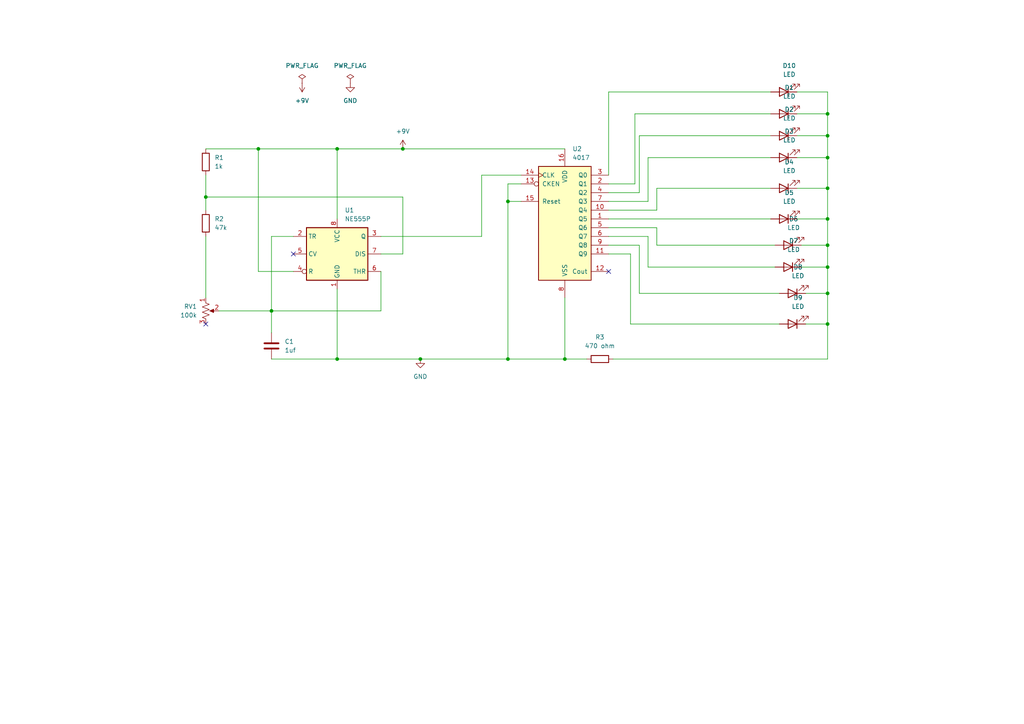
<source format=kicad_sch>
(kicad_sch (version 20231120) (generator "eeschema") (generator_version "8.0")
  (paper "A4")
  (lib_symbols
    (symbol "4xxx:4017" (pin_names (offset 1.016))
      (property "Reference" "U" (at -7.62 16.51 0))
      (property "Value" "4017" (at -7.62 -19.05 0))
      (symbol "4017_1_0"
        (pin output line (at 12.7 0 180) (length 5.08) (name "Q5") (number "1"))
        (pin output line (at 12.7 2.54 180) (length 5.08) (name "Q4") (number "10"))
        (pin output line (at 12.7 -10.16 180) (length 5.08) (name "Q9") (number "11"))
        (pin output line (at 12.7 -15.24 180) (length 5.08) (name "Cout") (number "12"))
        (pin input inverted (at -12.7 10.16 0) (length 5.08) (name "CKEN") (number "13"))
        (pin input clock (at -12.7 12.7 0) (length 5.08) (name "CLK") (number "14"))
        (pin input line (at -12.7 5.08 0) (length 5.08) (name "Reset") (number "15"))
        (pin power_in line (at 0 20.32 270) (length 5.08) (name "VDD") (number "16"))
        (pin output line (at 12.7 10.16 180) (length 5.08) (name "Q1") (number "2"))
        (pin output line (at 12.7 12.7 180) (length 5.08) (name "Q0") (number "3"))
        (pin output line (at 12.7 7.62 180) (length 5.08) (name "Q2") (number "4"))
        (pin output line (at 12.7 -2.54 180) (length 5.08) (name "Q6") (number "5"))
        (pin output line (at 12.7 -5.08 180) (length 5.08) (name "Q7") (number "6"))
        (pin output line (at 12.7 5.08 180) (length 5.08) (name "Q3") (number "7"))
        (pin power_in line (at 0 -22.86 90) (length 5.08) (name "VSS") (number "8"))
        (pin output line (at 12.7 -7.62 180) (length 5.08) (name "Q8") (number "9"))
      )
      (symbol "4017_1_1"
        (rectangle (start -7.62 15.24) (end 7.62 -17.78) (stroke (width 0.254)) (fill (type background)))
      )
    )
    (symbol "Device:C" (pin_numbers hide) (pin_names (offset 0.254))
      (property "Reference" "C" (at 0.635 2.54 0))
      (property "Value" "C" (at 0.635 -2.54 0))
      (symbol "C_0_1"
        (polyline (pts (xy -2.032 -0.762) (xy 2.032 -0.762)) (stroke (width 0.508)))
        (polyline (pts (xy -2.032 0.762) (xy 2.032 0.762)) (stroke (width 0.508)))
      )
      (symbol "C_1_1"
        (pin passive line (at 0 3.81 270) (length 2.794) (name "~") (number "1"))
        (pin passive line (at 0 -3.81 90) (length 2.794) (name "~") (number "2"))
      )
    )
    (symbol "Device:LED" (pin_numbers hide) (pin_names (offset 1.016) hide)
      (property "Reference" "D" (at 0 2.54 0))
      (property "Value" "LED" (at 0 -2.54 0))
      (symbol "LED_0_1"
        (polyline (pts (xy -1.27 -1.27) (xy -1.27 1.27)) (stroke (width 0.254)))
        (polyline (pts (xy -1.27 0) (xy 1.27 0)))
        (polyline (pts (xy 1.27 -1.27) (xy 1.27 1.27) (xy -1.27 0) (xy 1.27 -1.27)) (stroke (width 0.254)))
        (polyline (pts (xy -3.048 -0.762) (xy -4.572 -2.286) (xy -3.81 -2.286) (xy -4.572 -2.286) (xy -4.572 -1.524)))
        (polyline (pts (xy -1.778 -0.762) (xy -3.302 -2.286) (xy -2.54 -2.286) (xy -3.302 -2.286) (xy -3.302 -1.524)))
      )
      (symbol "LED_1_1"
        (pin passive line (at -3.81 0 0) (length 2.54) (name "K") (number "1"))
        (pin passive line (at 3.81 0 180) (length 2.54) (name "A") (number "2"))
      )
    )
    (symbol "Device:R" (pin_numbers hide) (pin_names (offset 0))
      (property "Reference" "R" (at 2.032 0 90))
      (property "Value" "R" (at 0 0 90))
      (symbol "R_0_1"
        (rectangle (start -1.016 -2.54) (end 1.016 2.54) (stroke (width 0.254)))
      )
      (symbol "R_1_1"
        (pin passive line (at 0 3.81 270) (length 1.27) (name "~") (number "1"))
        (pin passive line (at 0 -3.81 90) (length 1.27) (name "~") (number "2"))
      )
    )
    (symbol "Device:R_Potentiometer_US" (pin_names (offset 1.016) hide)
      (property "Reference" "RV" (at -4.445 0 90))
      (property "Value" "R_Potentiometer_US" (at -2.54 0 90))
      (symbol "R_Potentiometer_US_0_1"
        (polyline (pts (xy 0 -2.286) (xy 0 -2.54)))
        (polyline (pts (xy 0 2.54) (xy 0 2.286)))
        (polyline (pts (xy 2.54 0) (xy 1.524 0)))
        (polyline (pts (xy 1.143 0) (xy 2.286 0.508) (xy 2.286 -0.508) (xy 1.143 0)) (fill (type outline)))
        (polyline (pts (xy 0 -0.762) (xy 1.016 -1.143) (xy 0 -1.524) (xy -1.016 -1.905) (xy 0 -2.286)))
        (polyline (pts (xy 0 0.762) (xy 1.016 0.381) (xy 0 0) (xy -1.016 -0.381) (xy 0 -0.762)))
        (polyline (pts (xy 0 2.286) (xy 1.016 1.905) (xy 0 1.524) (xy -1.016 1.143) (xy 0 0.762)))
      )
      (symbol "R_Potentiometer_US_1_1"
        (pin passive line (at 0 3.81 270) (length 1.27) (name "1") (number "1"))
        (pin passive line (at 3.81 0 180) (length 1.27) (name "2") (number "2"))
        (pin passive line (at 0 -3.81 90) (length 1.27) (name "3") (number "3"))
      )
    )
    (symbol "Timer:NE555P"
      (property "Reference" "U" (at -10.16 8.89 0))
      (property "Value" "NE555P" (at 2.54 8.89 0))
      (symbol "NE555P_0_0"
        (pin power_in line (at 0 -10.16 90) (length 2.54) (name "GND") (number "1"))
        (pin power_in line (at 0 10.16 270) (length 2.54) (name "VCC") (number "8"))
      )
      (symbol "NE555P_0_1"
        (rectangle (start -8.89 -7.62) (end 8.89 7.62) (stroke (width 0.254)) (fill (type background)))
        (rectangle (start -8.89 -7.62) (end 8.89 7.62) (stroke (width 0.254)) (fill (type background)))
      )
      (symbol "NE555P_1_1"
        (pin input line (at -12.7 5.08 0) (length 3.81) (name "TR") (number "2"))
        (pin output line (at 12.7 5.08 180) (length 3.81) (name "Q") (number "3"))
        (pin input inverted (at -12.7 -5.08 0) (length 3.81) (name "R") (number "4"))
        (pin input line (at -12.7 0 0) (length 3.81) (name "CV") (number "5"))
        (pin input line (at 12.7 -5.08 180) (length 3.81) (name "THR") (number "6"))
        (pin input line (at 12.7 0 180) (length 3.81) (name "DIS") (number "7"))
      )
    )
    (symbol "power:+9V" (power) (pin_numbers hide) (pin_names (offset 0) hide)
      (property "Value" "+9V" (at 0 3.556 0))
      (symbol "+9V_0_1"
        (polyline (pts (xy -0.762 1.27) (xy 0 2.54)))
        (polyline (pts (xy 0 0) (xy 0 2.54)))
        (polyline (pts (xy 0 2.54) (xy 0.762 1.27)))
      )
      (symbol "+9V_1_1"
        (pin power_in line (at 0 0 90) (length 0) (name "~") (number "1"))
      )
    )
    (symbol "power:GND" (power) (pin_numbers hide) (pin_names (offset 0) hide)
      (property "Value" "GND" (at 0 -3.81 0))
      (symbol "GND_0_1"
        (polyline (pts (xy 0 0) (xy 0 -1.27) (xy 1.27 -1.27) (xy 0 -2.54) (xy -1.27 -1.27) (xy 0 -1.27)))
      )
      (symbol "GND_1_1"
        (pin power_in line (at 0 0 270) (length 0) (name "~") (number "1"))
      )
    )
    (symbol "power:PWR_FLAG" (power) (pin_numbers hide) (pin_names (offset 0) hide)
      (property "Value" "PWR_FLAG" (at 0 3.81 0))
      (symbol "PWR_FLAG_0_0"
        (pin power_out line (at 0 0 90) (length 0) (name "~") (number "1"))
      )
      (symbol "PWR_FLAG_0_1"
        (polyline (pts (xy 0 0) (xy 0 1.27) (xy -1.016 1.905) (xy 0 2.54) (xy 1.016 1.905) (xy 0 1.27)))
      )
    )
  )
  (junction (at 240.03 85.09))
  (junction (at 240.03 93.98))
  (junction (at 240.03 63.5))
  (junction (at 240.03 71.12))
  (junction (at 163.83 104.14))
  (junction (at 240.03 39.37))
  (junction (at 74.93 43.18))
  (junction (at 240.03 54.61))
  (junction (at 78.74 90.17))
  (junction (at 240.03 77.47))
  (junction (at 121.92 104.14))
  (junction (at 97.79 43.18))
  (junction (at 240.03 33.02))
  (junction (at 240.03 45.72))
  (junction (at 147.32 58.42))
  (junction (at 59.69 57.15))
  (junction (at 97.79 104.14))
  (junction (at 116.84 43.18))
  (junction (at 147.32 104.14))
  (no_connect (at 176.53 78.74))
  (no_connect (at 59.69 93.98))
  (no_connect (at 85.09 73.66))
  (wire (pts (xy 176.53 53.34) (xy 184.15 53.34)))
  (wire (pts (xy 182.88 73.66) (xy 182.88 93.98)))
  (wire (pts (xy 184.15 33.02) (xy 223.52 33.02)))
  (wire (pts (xy 190.5 71.12) (xy 224.79 71.12)))
  (wire (pts (xy 185.42 85.09) (xy 226.06 85.09)))
  (wire (pts (xy 151.13 58.42) (xy 147.32 58.42)))
  (wire (pts (xy 231.14 54.61) (xy 240.03 54.61)))
  (wire (pts (xy 78.74 90.17) (xy 78.74 96.52)))
  (wire (pts (xy 139.7 68.58) (xy 139.7 50.8)))
  (wire (pts (xy 185.42 39.37) (xy 223.52 39.37)))
  (wire (pts (xy 240.03 45.72) (xy 240.03 54.61)))
  (wire (pts (xy 97.79 104.14) (xy 121.92 104.14)))
  (wire (pts (xy 59.69 68.58) (xy 59.69 86.36)))
  (wire (pts (xy 176.53 58.42) (xy 187.96 58.42)))
  (wire (pts (xy 163.83 86.36) (xy 163.83 104.14)))
  (wire (pts (xy 240.03 93.98) (xy 240.03 104.14)))
  (wire (pts (xy 190.5 66.04) (xy 190.5 71.12)))
  (wire (pts (xy 240.03 33.02) (xy 240.03 39.37)))
  (wire (pts (xy 231.14 26.67) (xy 240.03 26.67)))
  (wire (pts (xy 163.83 104.14) (xy 170.18 104.14)))
  (wire (pts (xy 176.53 68.58) (xy 187.96 68.58)))
  (wire (pts (xy 176.53 73.66) (xy 182.88 73.66)))
  (wire (pts (xy 78.74 68.58) (xy 85.09 68.58)))
  (wire (pts (xy 147.32 104.14) (xy 163.83 104.14)))
  (wire (pts (xy 231.14 39.37) (xy 240.03 39.37)))
  (wire (pts (xy 184.15 53.34) (xy 184.15 33.02)))
  (wire (pts (xy 240.03 85.09) (xy 240.03 93.98)))
  (wire (pts (xy 240.03 71.12) (xy 240.03 77.47)))
  (wire (pts (xy 232.41 71.12) (xy 240.03 71.12)))
  (wire (pts (xy 185.42 71.12) (xy 185.42 85.09)))
  (wire (pts (xy 176.53 71.12) (xy 185.42 71.12)))
  (wire (pts (xy 110.49 90.17) (xy 78.74 90.17)))
  (wire (pts (xy 176.53 60.96) (xy 190.5 60.96)))
  (wire (pts (xy 97.79 43.18) (xy 97.79 63.5)))
  (wire (pts (xy 59.69 43.18) (xy 74.93 43.18)))
  (wire (pts (xy 231.14 33.02) (xy 240.03 33.02)))
  (wire (pts (xy 116.84 43.18) (xy 97.79 43.18)))
  (wire (pts (xy 110.49 68.58) (xy 139.7 68.58)))
  (wire (pts (xy 59.69 57.15) (xy 59.69 60.96)))
  (wire (pts (xy 182.88 93.98) (xy 226.06 93.98)))
  (wire (pts (xy 163.83 43.18) (xy 116.84 43.18)))
  (wire (pts (xy 74.93 43.18) (xy 74.93 78.74)))
  (wire (pts (xy 231.14 63.5) (xy 240.03 63.5)))
  (wire (pts (xy 176.53 55.88) (xy 185.42 55.88)))
  (wire (pts (xy 185.42 55.88) (xy 185.42 39.37)))
  (wire (pts (xy 176.53 50.8) (xy 176.53 26.67)))
  (wire (pts (xy 139.7 50.8) (xy 151.13 50.8)))
  (wire (pts (xy 147.32 53.34) (xy 147.32 58.42)))
  (wire (pts (xy 59.69 50.8) (xy 59.69 57.15)))
  (wire (pts (xy 176.53 26.67) (xy 223.52 26.67)))
  (wire (pts (xy 190.5 54.61) (xy 223.52 54.61)))
  (wire (pts (xy 233.68 93.98) (xy 240.03 93.98)))
  (wire (pts (xy 187.96 68.58) (xy 187.96 77.47)))
  (wire (pts (xy 151.13 53.34) (xy 147.32 53.34)))
  (wire (pts (xy 187.96 77.47) (xy 224.79 77.47)))
  (wire (pts (xy 176.53 63.5) (xy 223.52 63.5)))
  (wire (pts (xy 116.84 73.66) (xy 116.84 57.15)))
  (wire (pts (xy 63.5 90.17) (xy 78.74 90.17)))
  (wire (pts (xy 187.96 58.42) (xy 187.96 45.72)))
  (wire (pts (xy 59.69 57.15) (xy 116.84 57.15)))
  (wire (pts (xy 85.09 78.74) (xy 74.93 78.74)))
  (wire (pts (xy 176.53 66.04) (xy 190.5 66.04)))
  (wire (pts (xy 187.96 45.72) (xy 223.52 45.72)))
  (wire (pts (xy 240.03 77.47) (xy 240.03 85.09)))
  (wire (pts (xy 240.03 26.67) (xy 240.03 33.02)))
  (wire (pts (xy 177.8 104.14) (xy 240.03 104.14)))
  (wire (pts (xy 231.14 45.72) (xy 240.03 45.72)))
  (wire (pts (xy 240.03 63.5) (xy 240.03 71.12)))
  (wire (pts (xy 190.5 60.96) (xy 190.5 54.61)))
  (wire (pts (xy 97.79 83.82) (xy 97.79 104.14)))
  (wire (pts (xy 233.68 85.09) (xy 240.03 85.09)))
  (wire (pts (xy 74.93 43.18) (xy 97.79 43.18)))
  (wire (pts (xy 110.49 73.66) (xy 116.84 73.66)))
  (wire (pts (xy 110.49 78.74) (xy 110.49 90.17)))
  (wire (pts (xy 121.92 104.14) (xy 147.32 104.14)))
  (wire (pts (xy 232.41 77.47) (xy 240.03 77.47)))
  (wire (pts (xy 240.03 54.61) (xy 240.03 63.5)))
  (wire (pts (xy 78.74 104.14) (xy 97.79 104.14)))
  (wire (pts (xy 147.32 58.42) (xy 147.32 104.14)))
  (wire (pts (xy 78.74 68.58) (xy 78.74 90.17)))
  (wire (pts (xy 240.03 39.37) (xy 240.03 45.72)))
  (symbol (lib_id "power:GND") (at 121.92 104.14 0) (unit 1)
    (property "Reference" "#PWR01" (effects (hide yes)))
    (property "Value" "GND" (at 121.92 109.22 0))
    (property "Description" "Power symbol creates a global label with name \"GND\" , ground" (effects (hide yes)))
  )
  (symbol (lib_id "Device:LED") (at 227.33 26.67 180) (unit 1)
    (property "Reference" "D10" (at 228.9175 19.05 0))
    (property "Value" "LED" (at 228.9175 21.59 0))
    (property "Footprint" "LED_THT:LED_D3.0mm" (effects (hide yes)))
    (property "Description" "Light emitting diode" (effects (hide yes)))
  )
  (symbol (lib_id "Device:LED") (at 229.87 93.98 180) (unit 1)
    (property "Reference" "D9" (at 231.4575 86.36 0))
    (property "Value" "LED" (at 231.4575 88.9 0))
    (property "Footprint" "LED_THT:LED_D3.0mm" (effects (hide yes)))
    (property "Description" "Light emitting diode" (effects (hide yes)))
  )
  (symbol (lib_id "Timer:NE555P") (at 97.79 73.66 0) (unit 1)
    (property "Reference" "U1" (at 99.9841 60.96 0) (effects (justify left)))
    (property "Value" "NE555P" (at 99.9841 63.5 0) (effects (justify left)))
    (property "Footprint" "Package_DIP:DIP-8_W7.62mm" (effects (hide yes)))
    (property "Datasheet" "http://www.ti.com/lit/ds/symlink/ne555.pdf" (effects (hide yes)))
    (property "Description" "Precision Timers, 555 compatible,  PDIP-8" (effects (hide yes)))
  )
  (symbol (lib_id "Device:LED") (at 227.33 39.37 180) (unit 1)
    (property "Reference" "D2" (at 228.9175 31.75 0))
    (property "Value" "LED" (at 228.9175 34.29 0))
    (property "Footprint" "LED_THT:LED_D3.0mm" (effects (hide yes)))
    (property "Description" "Light emitting diode" (effects (hide yes)))
  )
  (symbol (lib_id "Device:LED") (at 227.33 54.61 180) (unit 1)
    (property "Reference" "D4" (at 228.9175 46.99 0))
    (property "Value" "LED" (at 228.9175 49.53 0))
    (property "Footprint" "LED_THT:LED_D3.0mm" (effects (hide yes)))
    (property "Description" "Light emitting diode" (effects (hide yes)))
  )
  (symbol (lib_id "power:+9V") (at 116.84 43.18 0) (unit 1)
    (property "Reference" "#PWR04" (effects (hide yes)))
    (property "Value" "+9V" (at 116.84 38.1 0))
    (property "Description" "Power symbol creates a global label with name \"+9V\"" (effects (hide yes)))
  )
  (symbol (lib_id "power:PWR_FLAG") (at 87.63 24.13 0) (unit 1)
    (property "Reference" "#FLG01" (effects (hide yes)))
    (property "Value" "PWR_FLAG" (at 87.63 19.05 0))
    (property "Description" "Special symbol for telling ERC where power comes from" (effects (hide yes)))
  )
  (symbol (lib_id "4xxx:4017") (at 163.83 63.5 0) (unit 1)
    (property "Reference" "U2" (at 166.0241 43.18 0) (effects (justify left)))
    (property "Value" "4017" (at 166.0241 45.72 0) (effects (justify left)))
    (property "Footprint" "Package_DIP:DIP-16_W7.62mm" (effects (hide yes)))
    (property "Datasheet" "http://www.intersil.com/content/dam/Intersil/documents/cd40/cd4017bms-22bms.pdf" (effects (hide yes)))
    (property "Description" "Johnson Counter ( 10 outputs )" (effects (hide yes)))
  )
  (symbol (lib_id "power:+9V") (at 87.63 24.13 180) (unit 1)
    (property "Reference" "#PWR03" (effects (hide yes)))
    (property "Value" "+9V" (at 87.63 29.21 0))
    (property "Description" "Power symbol creates a global label with name \"+9V\"" (effects (hide yes)))
  )
  (symbol (lib_id "Device:R") (at 59.69 46.99 0) (unit 1)
    (property "Reference" "R1" (at 62.23 45.7199 0) (effects (justify left)))
    (property "Value" "1k" (at 62.23 48.2599 0) (effects (justify left)))
    (property "Footprint" "Resistor_THT:R_Axial_DIN0204_L3.6mm_D1.6mm_P5.08mm_Horizontal" (effects (hide yes)))
    (property "Description" "Resistor" (effects (hide yes)))
  )
  (symbol (lib_id "Device:LED") (at 228.6 77.47 180) (unit 1)
    (property "Reference" "D7" (at 230.1875 69.85 0))
    (property "Value" "LED" (at 230.1875 72.39 0))
    (property "Footprint" "LED_THT:LED_D3.0mm" (effects (hide yes)))
    (property "Description" "Light emitting diode" (effects (hide yes)))
  )
  (symbol (lib_id "Device:R_Potentiometer_US") (at 59.69 90.17 0) (unit 1)
    (property "Reference" "RV1" (at 57.15 88.8999 0) (effects (justify right)))
    (property "Value" "100k" (at 57.15 91.4399 0) (effects (justify right)))
    (property "Footprint" "Potentiometer_THT:Potentiometer_Bourns_3386W_Horizontal" (effects (hide yes)))
    (property "Description" "Potentiometer, US symbol" (effects (hide yes)))
  )
  (symbol (lib_id "power:PWR_FLAG") (at 101.6 24.13 0) (unit 1)
    (property "Reference" "#FLG02" (effects (hide yes)))
    (property "Value" "PWR_FLAG" (at 101.6 19.05 0))
    (property "Description" "Special symbol for telling ERC where power comes from" (effects (hide yes)))
  )
  (symbol (lib_id "power:GND") (at 101.6 24.13 0) (unit 1)
    (property "Reference" "#PWR02" (effects (hide yes)))
    (property "Value" "GND" (at 101.6 29.21 0))
    (property "Description" "Power symbol creates a global label with name \"GND\" , ground" (effects (hide yes)))
  )
  (symbol (lib_id "Device:LED") (at 227.33 45.72 180) (unit 1)
    (property "Reference" "D3" (at 228.9175 38.1 0))
    (property "Value" "LED" (at 228.9175 40.64 0))
    (property "Footprint" "LED_THT:LED_D3.0mm" (effects (hide yes)))
    (property "Description" "Light emitting diode" (effects (hide yes)))
  )
  (symbol (lib_id "Device:LED") (at 228.6 71.12 180) (unit 1)
    (property "Reference" "D6" (at 230.1875 63.5 0))
    (property "Value" "LED" (at 230.1875 66.04 0))
    (property "Footprint" "LED_THT:LED_D3.0mm" (effects (hide yes)))
    (property "Description" "Light emitting diode" (effects (hide yes)))
  )
  (symbol (lib_id "Device:LED") (at 227.33 33.02 180) (unit 1)
    (property "Reference" "D1" (at 228.9175 25.4 0))
    (property "Value" "LED" (at 228.9175 27.94 0))
    (property "Footprint" "LED_THT:LED_D3.0mm" (effects (hide yes)))
    (property "Description" "Light emitting diode" (effects (hide yes)))
  )
  (symbol (lib_id "Device:R") (at 59.69 64.77 180) (unit 1)
    (property "Reference" "R2" (at 62.23 63.4999 0) (effects (justify right)))
    (property "Value" "47k" (at 62.23 66.0399 0) (effects (justify right)))
    (property "Footprint" "Resistor_THT:R_Axial_DIN0204_L3.6mm_D1.6mm_P5.08mm_Horizontal" (effects (hide yes)))
    (property "Description" "Resistor" (effects (hide yes)))
  )
  (symbol (lib_id "Device:LED") (at 227.33 63.5 180) (unit 1)
    (property "Reference" "D5" (at 228.9175 55.88 0))
    (property "Value" "LED" (at 228.9175 58.42 0))
    (property "Footprint" "LED_THT:LED_D3.0mm" (effects (hide yes)))
    (property "Description" "Light emitting diode" (effects (hide yes)))
  )
  (symbol (lib_id "Device:C") (at 78.74 100.33 0) (unit 1)
    (property "Reference" "C1" (at 82.55 99.0599 0) (effects (justify left)))
    (property "Value" "1uf" (at 82.55 101.5999 0) (effects (justify left)))
    (property "Footprint" "Capacitor_THT:CP_Radial_D4.0mm_P2.00mm" (effects (hide yes)))
    (property "Description" "Unpolarized capacitor" (effects (hide yes)))
  )
  (symbol (lib_id "Device:R") (at 173.99 104.14 90) (unit 1)
    (property "Reference" "R3" (at 173.99 97.79 90))
    (property "Value" "470 ohm" (at 173.99 100.33 90))
    (property "Footprint" "Resistor_THT:R_Axial_DIN0204_L3.6mm_D1.6mm_P5.08mm_Horizontal" (effects (hide yes)))
    (property "Description" "Resistor" (effects (hide yes)))
  )
  (symbol (lib_id "Device:LED") (at 229.87 85.09 180) (unit 1)
    (property "Reference" "D8" (at 231.4575 77.47 0))
    (property "Value" "LED" (at 231.4575 80.01 0))
    (property "Footprint" "LED_THT:LED_D3.0mm" (effects (hide yes)))
    (property "Description" "Light emitting diode" (effects (hide yes)))
  )
)
</source>
